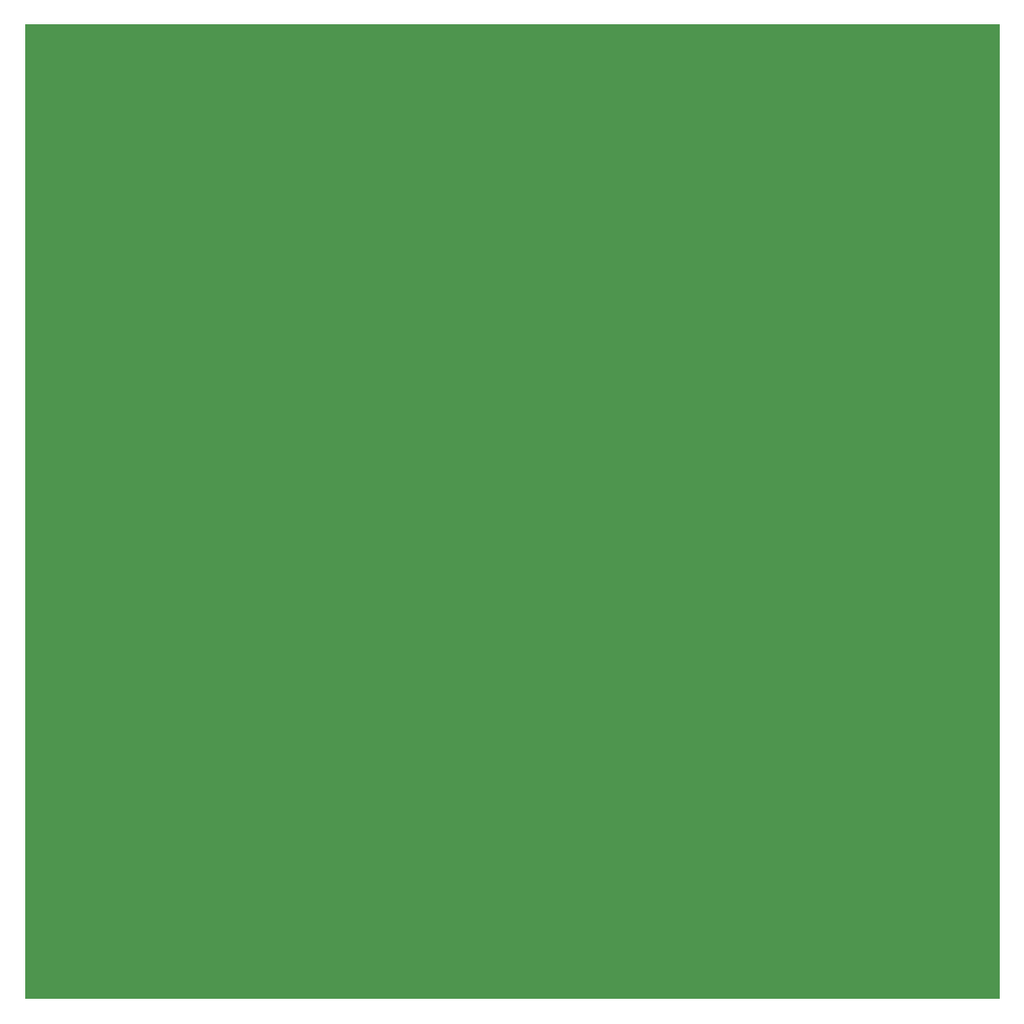
<source format=gts>
G04 #@! TF.FileFunction,Soldermask,Top*
%FSLAX46Y46*%
G04 Gerber Fmt 4.6, Leading zero omitted, Abs format (unit mm)*
G04 Created by KiCad (PCBNEW 4.0.2+dfsg1-stable) date fre  9 dec 2016 10:59:23*
%MOMM*%
G01*
G04 APERTURE LIST*
%ADD10C,0.100000*%
G04 APERTURE END LIST*
D10*
G36*
X142500000Y-142500000D02*
X57500000Y-142500000D01*
X57500000Y-57500000D01*
X142500000Y-57500000D01*
X142500000Y-142500000D01*
X142500000Y-142500000D01*
G37*
M02*

</source>
